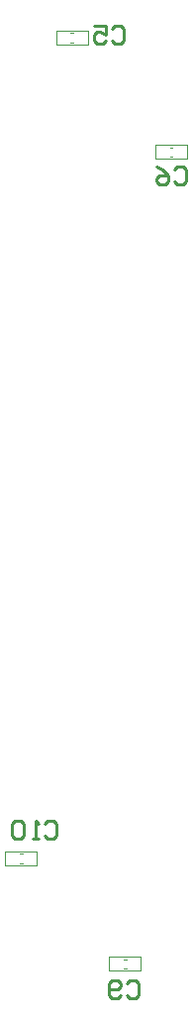
<source format=gbo>
G04*
G04 #@! TF.GenerationSoftware,Altium Limited,Altium Designer,24.1.2 (44)*
G04*
G04 Layer_Color=32896*
%FSLAX44Y44*%
%MOMM*%
G71*
G04*
G04 #@! TF.SameCoordinates,62CA38D4-F58F-499B-8EE2-8B19808DB9CE*
G04*
G04*
G04 #@! TF.FilePolarity,Positive*
G04*
G01*
G75*
%ADD14C,0.2540*%
%ADD15C,0.1016*%
D14*
X446917Y160638D02*
X449456Y163178D01*
X454535D01*
X457074Y160638D01*
Y150482D01*
X454535Y147942D01*
X449456D01*
X446917Y150482D01*
X441839Y147942D02*
X436760D01*
X439300D01*
Y163178D01*
X441839Y160638D01*
X429143D02*
X426604Y163178D01*
X421525D01*
X418986Y160638D01*
Y150482D01*
X421525Y147942D01*
X426604D01*
X429143Y150482D01*
Y160638D01*
X516769Y24748D02*
X519308Y27287D01*
X524387D01*
X526926Y24748D01*
Y14592D01*
X524387Y12053D01*
X519308D01*
X516769Y14592D01*
X511691D02*
X509152Y12053D01*
X504073D01*
X501534Y14592D01*
Y24748D01*
X504073Y27287D01*
X509152D01*
X511691Y24748D01*
Y22209D01*
X509152Y19670D01*
X501534D01*
X557409Y719438D02*
X559948Y721977D01*
X565027D01*
X567566Y719438D01*
Y709282D01*
X565027Y706742D01*
X559948D01*
X557409Y709282D01*
X542174Y721977D02*
X547253Y719438D01*
X552331Y714360D01*
Y709282D01*
X549792Y706742D01*
X544713D01*
X542174Y709282D01*
Y711821D01*
X544713Y714360D01*
X552331D01*
X504069Y840088D02*
X506608Y842627D01*
X511687D01*
X514226Y840088D01*
Y829932D01*
X511687Y827393D01*
X506608D01*
X504069Y829932D01*
X488834Y842627D02*
X498991D01*
Y835010D01*
X493913Y837549D01*
X491373D01*
X488834Y835010D01*
Y829932D01*
X491373Y827393D01*
X496452D01*
X498991Y829932D01*
D15*
X440062Y125588D02*
Y137272D01*
X412884Y125588D02*
X440062D01*
X412884D02*
Y137272D01*
X440062D01*
X425584Y135494D02*
X427616D01*
X425584Y127366D02*
X427616D01*
X468764Y836534D02*
X470796D01*
X468764Y828406D02*
X470796D01*
X456318Y826628D02*
X483496D01*
Y838312D01*
X456318D02*
X483496D01*
X456318Y826628D02*
Y838312D01*
X514484Y37196D02*
X516516D01*
X514484Y45324D02*
X516516D01*
X501784Y47102D02*
X528962D01*
X501784Y35418D02*
Y47102D01*
Y35418D02*
X528962D01*
Y47102D01*
X553974Y738744D02*
X556006D01*
X553974Y730616D02*
X556006D01*
X541528Y728838D02*
X568706D01*
Y740522D01*
X541528D02*
X568706D01*
X541528Y728838D02*
Y740522D01*
M02*

</source>
